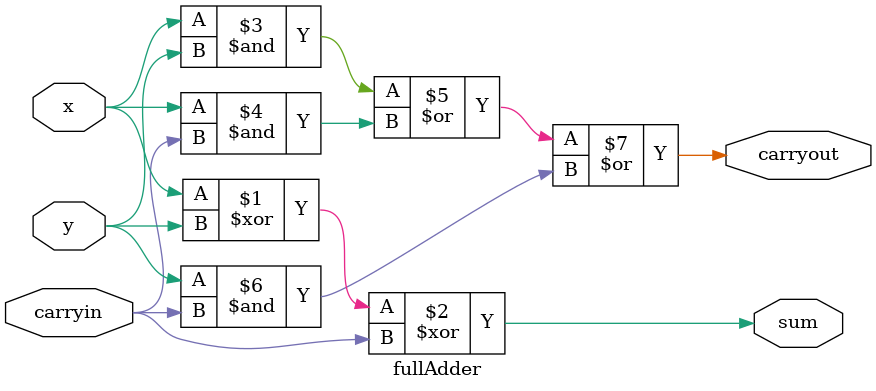
<source format=v>
module Adder(x, y, carryin, carryout, sum);
    parameter N = 1;  // Define a parameter 'N' 
    
    input [N-1:0] x, y; // Declare input vectors x and y, each of size N bits
    input carryin;      // Declare input carryin
    output carryout;    // Declare output carryout
    output [N-1:0] sum; // Declare output sum as an N-bit vector
    
    wire [N:0] carry;   // Declare an array of wires for carrying bits
    assign carryout = carry[N]; // Assign carryout to the most significant bit of the carry array
    assign carry[0] = carryin;  // Assign the input carryin to the least significant bit of the carry array
    
    genvar i; // Declare a generate variable i
    
    // Generate a fullAdder instance for each bit of the input vectors
    generate
        for(i = 0; i < N; i = i + 1) begin : f_adder_loop
            fullAdder fad (
                .x(x[i]),
                .y(y[i]),
                .carryin(carry[i]),
                .carryout(carry[i+1]),
                .sum(sum[i])
            );
        end
    endgenerate

endmodule

//full adder module
module fullAdder (x, y, carryin, carryout, sum);
    input x, y, carryin;    // Declare input signals x, y, and carryin
    output carryout, sum;   // Declare output signals carryout and sum
    
    // Calculate the sum and carryout based on input signals
    assign sum = x ^ y ^ carryin;                 // Calculate the sum using XOR gates
    assign carryout = (x & y) | (x & carryin) | (y & carryin); // Calculate carryout using OR and AND gates
endmodule

</source>
